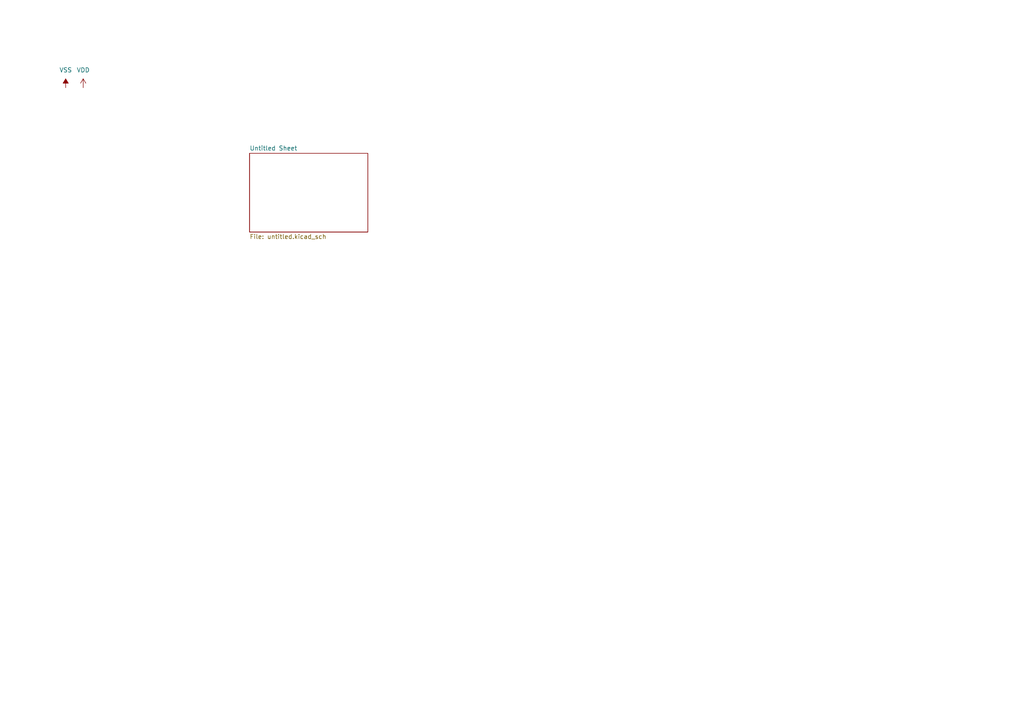
<source format=kicad_sch>
(kicad_sch (version 20250114) (generator "eeschema") (generator_version "9.0")
  (paper "A4")
  (lib_symbols
    (symbol "power:VDD" (power) (pin_numbers (hide yes)) (pin_names (offset 0) (hide yes))
      (property "Value" "VDD" (at 0 3.556 0))
      (symbol "VDD_0_1"
        (polyline (pts (xy -0.762 1.27) (xy 0 2.54)))
        (polyline (pts (xy 0 2.54) (xy 0.762 1.27)))
        (polyline (pts (xy 0 0) (xy 0 2.54)))
      )
      (symbol "VDD_1_1"
        (pin power_in line (at 0 0 90) (length 0) (name "~") (number "1"))
      )
    )
    (symbol "power:VSS" (power) (pin_numbers (hide yes)) (pin_names (offset 0) (hide yes))
      (property "Value" "VSS" (at 0 3.556 0))
      (symbol "VSS_0_1"
        (polyline (pts (xy 0 0) (xy 0 2.54)))
        (polyline (pts (xy 0.762 1.27) (xy -0.762 1.27) (xy 0 2.54) (xy 0.762 1.27)) (fill (type outline)))
      )
      (symbol "VSS_1_1"
        (pin power_in line (at 0 0 90) (length 0) (name "~") (number "1"))
      )
    )
  )
  (symbol (lib_id "power:VSS") (at 19.05 25.4 0) (unit 1)
    (property "Reference" "#PWR01" (effects (hide yes)))
    (property "Value" "VSS" (at 19.05 20.32 0))
    (property "Description" "Power symbol creates a global label with name \"VSS\"" (effects (hide yes)))
  )
  (symbol (lib_id "power:VDD") (at 24.13 25.4 0) (unit 1)
    (property "Reference" "#PWR02" (effects (hide yes)))
    (property "Value" "VDD" (at 24.13 20.32 0))
    (property "Description" "Power symbol creates a global label with name \"VDD\"" (effects (hide yes)))
  )
  (sheet (at 72.39 44.45) (size 34.29 22.86) (stroke (width 0.1524))
    (property "Sheetname" "Untitled Sheet" (at 72.39 43.7384 0) (effects (justify left bottom)))
    (property "Sheetfile" "untitled.kicad_sch" (at 72.39 67.8946 0) (effects (justify left top)))
  )
)
</source>
